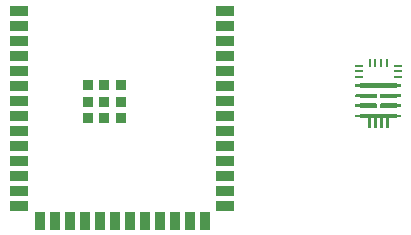
<source format=gbr>
%TF.GenerationSoftware,KiCad,Pcbnew,9.0.2*%
%TF.CreationDate,2025-11-05T15:04:59+13:00*%
%TF.ProjectId,Rob_Dev_Board,526f625f-4465-4765-9f42-6f6172642e6b,rev?*%
%TF.SameCoordinates,Original*%
%TF.FileFunction,Soldermask,Top*%
%TF.FilePolarity,Negative*%
%FSLAX46Y46*%
G04 Gerber Fmt 4.6, Leading zero omitted, Abs format (unit mm)*
G04 Created by KiCad (PCBNEW 9.0.2) date 2025-11-05 15:04:59*
%MOMM*%
%LPD*%
G01*
G04 APERTURE LIST*
%ADD10C,0.000000*%
%ADD11R,0.650001X0.249999*%
%ADD12R,0.249999X0.650001*%
%ADD13R,1.500000X0.900000*%
%ADD14R,0.900000X1.500000*%
%ADD15R,0.900000X0.900000*%
G04 APERTURE END LIST*
D10*
%TO.C,U1*%
G36*
X103337498Y-81049999D02*
G01*
X103337498Y-81349998D01*
X103287498Y-81399998D01*
X101862500Y-81399998D01*
X101862500Y-81325000D01*
X101562498Y-81325000D01*
X101512498Y-81274997D01*
X101512500Y-81125000D01*
X101562500Y-81075000D01*
X101862500Y-81075000D01*
X101862500Y-80999999D01*
X103287498Y-80999999D01*
X103337498Y-81049999D01*
G37*
G36*
X103337498Y-81850000D02*
G01*
X103337498Y-82149999D01*
X103287498Y-82199997D01*
X101862500Y-82199999D01*
X101862500Y-82124998D01*
X101562498Y-82124998D01*
X101512498Y-82074998D01*
X101512500Y-81925001D01*
X101562500Y-81875001D01*
X101862500Y-81874999D01*
X101862500Y-81800000D01*
X103287498Y-81800000D01*
X103337498Y-81850000D01*
G37*
G36*
X105062498Y-81874999D02*
G01*
X105362498Y-81875001D01*
X105412498Y-81925001D01*
X105412500Y-82074998D01*
X105362500Y-82124998D01*
X105062498Y-82124998D01*
X105062498Y-82199999D01*
X103637500Y-82199997D01*
X103587500Y-82149999D01*
X103587500Y-81850000D01*
X103637500Y-81800000D01*
X105062498Y-81800000D01*
X105062498Y-81874999D01*
G37*
G36*
X105062498Y-81075000D02*
G01*
X105362498Y-81075003D01*
X105412500Y-81125003D01*
X105412500Y-81274997D01*
X105362500Y-81325000D01*
X105062498Y-81325000D01*
X105062498Y-81399998D01*
X103637500Y-81399996D01*
X103587500Y-81349998D01*
X103587500Y-81049999D01*
X103637500Y-80999999D01*
X105062498Y-80999999D01*
X105062498Y-81075000D01*
G37*
G36*
X105062498Y-80174999D02*
G01*
X105362498Y-80174999D01*
X105412500Y-80224999D01*
X105412498Y-80374999D01*
X105362498Y-80424999D01*
X105062498Y-80424999D01*
X105062498Y-80500000D01*
X101862500Y-80500000D01*
X101862500Y-80424999D01*
X101562500Y-80424999D01*
X101512498Y-80374999D01*
X101512500Y-80224999D01*
X101562500Y-80174999D01*
X101862500Y-80174999D01*
X101862500Y-80099998D01*
X105062498Y-80099998D01*
X105062498Y-80174999D01*
G37*
G36*
X105062498Y-82774999D02*
G01*
X105362498Y-82774999D01*
X105412500Y-82824999D01*
X105412500Y-82974999D01*
X105362498Y-83024999D01*
X105062498Y-83024999D01*
X105062498Y-83100000D01*
X104337499Y-83100000D01*
X104337499Y-83899998D01*
X104287499Y-83949998D01*
X104137499Y-83949998D01*
X104087499Y-83899998D01*
X104087499Y-83100000D01*
X103837500Y-83100000D01*
X103837500Y-83899998D01*
X103787500Y-83949998D01*
X103637500Y-83949998D01*
X103587500Y-83899998D01*
X103587500Y-83100000D01*
X103337498Y-83100000D01*
X103337498Y-83899998D01*
X103287498Y-83949998D01*
X103137498Y-83949998D01*
X103087498Y-83899998D01*
X103087498Y-83100000D01*
X102837499Y-83100000D01*
X102837499Y-83899998D01*
X102787499Y-83949998D01*
X102637499Y-83949998D01*
X102587499Y-83899998D01*
X102587499Y-83100000D01*
X101862500Y-83100000D01*
X101862500Y-83024999D01*
X101562500Y-83024999D01*
X101512498Y-82974999D01*
X101512500Y-82824999D01*
X101562500Y-82774999D01*
X101862500Y-82774999D01*
X101862500Y-82699998D01*
X105062498Y-82699998D01*
X105062498Y-82774999D01*
G37*
%TD*%
D11*
%TO.C,U1*%
X101837498Y-78625000D03*
X101837498Y-79124999D03*
X101837498Y-79624998D03*
X105087500Y-79624998D03*
X105087500Y-79124999D03*
X105087500Y-78625000D03*
D12*
X104212500Y-78374998D03*
X103712499Y-78374998D03*
X103212499Y-78374998D03*
X102712498Y-78374998D03*
%TD*%
D13*
%TO.C,IC2*%
X73000000Y-73990000D03*
X73000000Y-75260000D03*
X73000000Y-76530000D03*
X73000000Y-77800000D03*
X73000000Y-79070000D03*
X73000000Y-80340000D03*
X73000000Y-81610000D03*
X73000000Y-82880000D03*
X73000000Y-84150000D03*
X73000000Y-85420000D03*
X73000000Y-86690000D03*
X73000000Y-87960000D03*
X73000000Y-89230000D03*
X73000000Y-90500000D03*
D14*
X74765000Y-91750000D03*
X76035000Y-91750000D03*
X77305000Y-91750000D03*
X78575000Y-91750000D03*
X79845000Y-91750000D03*
X81115000Y-91750000D03*
X82385000Y-91750000D03*
X83655000Y-91750000D03*
X84925000Y-91750000D03*
X86195000Y-91750000D03*
X87465000Y-91750000D03*
X88735000Y-91750000D03*
D13*
X90500000Y-90500000D03*
X90500000Y-89230000D03*
X90500000Y-87960000D03*
X90500000Y-86690000D03*
X90500000Y-85420000D03*
X90500000Y-84150000D03*
X90500000Y-82880000D03*
X90500000Y-81610000D03*
X90500000Y-80340000D03*
X90500000Y-79070000D03*
X90500000Y-77800000D03*
X90500000Y-76530000D03*
X90500000Y-75260000D03*
X90500000Y-73990000D03*
D15*
X80250000Y-81710000D03*
X78850000Y-80310000D03*
X78850000Y-81710000D03*
X78850000Y-83110000D03*
X80250000Y-83110000D03*
X81650000Y-83110000D03*
X81650000Y-81710000D03*
X81650000Y-80310000D03*
X80250000Y-80310000D03*
%TD*%
M02*

</source>
